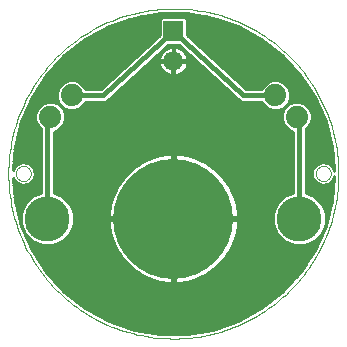
<source format=gtl>
G75*
%MOIN*%
%OFA0B0*%
%FSLAX24Y24*%
%IPPOS*%
%LPD*%
%AMOC8*
5,1,8,0,0,1.08239X$1,22.5*
%
%ADD10C,0.0010*%
%ADD11C,0.0740*%
%ADD12R,0.0660X0.0660*%
%ADD13C,0.0660*%
%ADD14C,0.1500*%
%ADD15C,0.4000*%
%ADD16C,0.0160*%
%ADD17C,0.0100*%
D10*
X000438Y005650D02*
X000440Y005681D01*
X000446Y005712D01*
X000456Y005742D01*
X000469Y005770D01*
X000486Y005797D01*
X000506Y005821D01*
X000529Y005843D01*
X000554Y005861D01*
X000582Y005876D01*
X000611Y005888D01*
X000641Y005896D01*
X000672Y005900D01*
X000704Y005900D01*
X000735Y005896D01*
X000765Y005888D01*
X000794Y005876D01*
X000822Y005861D01*
X000847Y005843D01*
X000870Y005821D01*
X000890Y005797D01*
X000907Y005770D01*
X000920Y005742D01*
X000930Y005712D01*
X000936Y005681D01*
X000938Y005650D01*
X000936Y005619D01*
X000930Y005588D01*
X000920Y005558D01*
X000907Y005530D01*
X000890Y005503D01*
X000870Y005479D01*
X000847Y005457D01*
X000822Y005439D01*
X000794Y005424D01*
X000765Y005412D01*
X000735Y005404D01*
X000704Y005400D01*
X000672Y005400D01*
X000641Y005404D01*
X000611Y005412D01*
X000582Y005424D01*
X000554Y005439D01*
X000529Y005457D01*
X000506Y005479D01*
X000486Y005503D01*
X000469Y005530D01*
X000456Y005558D01*
X000446Y005588D01*
X000440Y005619D01*
X000438Y005650D01*
X000188Y005650D02*
X000190Y005798D01*
X000196Y005946D01*
X000206Y006094D01*
X000220Y006242D01*
X000238Y006389D01*
X000260Y006536D01*
X000286Y006682D01*
X000315Y006827D01*
X000349Y006972D01*
X000387Y007115D01*
X000428Y007258D01*
X000473Y007399D01*
X000523Y007539D01*
X000575Y007677D01*
X000632Y007815D01*
X000692Y007950D01*
X000756Y008084D01*
X000823Y008216D01*
X000894Y008346D01*
X000969Y008475D01*
X001047Y008601D01*
X001128Y008725D01*
X001212Y008847D01*
X001300Y008966D01*
X001391Y009083D01*
X001485Y009198D01*
X001583Y009310D01*
X001683Y009419D01*
X001786Y009526D01*
X001892Y009630D01*
X002000Y009731D01*
X002112Y009829D01*
X002226Y009924D01*
X002342Y010015D01*
X002461Y010104D01*
X002582Y010189D01*
X002706Y010271D01*
X002832Y010350D01*
X002959Y010425D01*
X003089Y010497D01*
X003221Y010566D01*
X003354Y010630D01*
X003489Y010691D01*
X003626Y010749D01*
X003764Y010803D01*
X003904Y010853D01*
X004045Y010899D01*
X004187Y010941D01*
X004330Y010980D01*
X004474Y011014D01*
X004620Y011045D01*
X004765Y011072D01*
X004912Y011095D01*
X005059Y011114D01*
X005207Y011129D01*
X005354Y011140D01*
X005503Y011147D01*
X005651Y011150D01*
X005799Y011149D01*
X005947Y011144D01*
X006095Y011135D01*
X006243Y011122D01*
X006391Y011105D01*
X006537Y011084D01*
X006684Y011059D01*
X006829Y011030D01*
X006974Y010998D01*
X007117Y010961D01*
X007260Y010921D01*
X007402Y010876D01*
X007542Y010828D01*
X007681Y010776D01*
X007818Y010721D01*
X007954Y010661D01*
X008089Y010598D01*
X008221Y010532D01*
X008352Y010462D01*
X008481Y010388D01*
X008607Y010311D01*
X008732Y010231D01*
X008854Y010147D01*
X008975Y010060D01*
X009092Y009970D01*
X009208Y009876D01*
X009320Y009780D01*
X009430Y009681D01*
X009538Y009578D01*
X009642Y009473D01*
X009744Y009365D01*
X009842Y009254D01*
X009938Y009141D01*
X010031Y009025D01*
X010120Y008907D01*
X010206Y008786D01*
X010289Y008663D01*
X010369Y008538D01*
X010445Y008411D01*
X010518Y008281D01*
X010587Y008150D01*
X010652Y008017D01*
X010715Y007883D01*
X010773Y007746D01*
X010828Y007608D01*
X010878Y007469D01*
X010926Y007328D01*
X010969Y007187D01*
X011009Y007044D01*
X011044Y006900D01*
X011076Y006755D01*
X011104Y006609D01*
X011128Y006463D01*
X011148Y006316D01*
X011164Y006168D01*
X011176Y006021D01*
X011184Y005872D01*
X011188Y005724D01*
X011188Y005576D01*
X011184Y005428D01*
X011176Y005279D01*
X011164Y005132D01*
X011148Y004984D01*
X011128Y004837D01*
X011104Y004691D01*
X011076Y004545D01*
X011044Y004400D01*
X011009Y004256D01*
X010969Y004113D01*
X010926Y003972D01*
X010878Y003831D01*
X010828Y003692D01*
X010773Y003554D01*
X010715Y003417D01*
X010652Y003283D01*
X010587Y003150D01*
X010518Y003019D01*
X010445Y002889D01*
X010369Y002762D01*
X010289Y002637D01*
X010206Y002514D01*
X010120Y002393D01*
X010031Y002275D01*
X009938Y002159D01*
X009842Y002046D01*
X009744Y001935D01*
X009642Y001827D01*
X009538Y001722D01*
X009430Y001619D01*
X009320Y001520D01*
X009208Y001424D01*
X009092Y001330D01*
X008975Y001240D01*
X008854Y001153D01*
X008732Y001069D01*
X008607Y000989D01*
X008481Y000912D01*
X008352Y000838D01*
X008221Y000768D01*
X008089Y000702D01*
X007954Y000639D01*
X007818Y000579D01*
X007681Y000524D01*
X007542Y000472D01*
X007402Y000424D01*
X007260Y000379D01*
X007117Y000339D01*
X006974Y000302D01*
X006829Y000270D01*
X006684Y000241D01*
X006537Y000216D01*
X006391Y000195D01*
X006243Y000178D01*
X006095Y000165D01*
X005947Y000156D01*
X005799Y000151D01*
X005651Y000150D01*
X005503Y000153D01*
X005354Y000160D01*
X005207Y000171D01*
X005059Y000186D01*
X004912Y000205D01*
X004765Y000228D01*
X004620Y000255D01*
X004474Y000286D01*
X004330Y000320D01*
X004187Y000359D01*
X004045Y000401D01*
X003904Y000447D01*
X003764Y000497D01*
X003626Y000551D01*
X003489Y000609D01*
X003354Y000670D01*
X003221Y000734D01*
X003089Y000803D01*
X002959Y000875D01*
X002832Y000950D01*
X002706Y001029D01*
X002582Y001111D01*
X002461Y001196D01*
X002342Y001285D01*
X002226Y001376D01*
X002112Y001471D01*
X002000Y001569D01*
X001892Y001670D01*
X001786Y001774D01*
X001683Y001881D01*
X001583Y001990D01*
X001485Y002102D01*
X001391Y002217D01*
X001300Y002334D01*
X001212Y002453D01*
X001128Y002575D01*
X001047Y002699D01*
X000969Y002825D01*
X000894Y002954D01*
X000823Y003084D01*
X000756Y003216D01*
X000692Y003350D01*
X000632Y003485D01*
X000575Y003623D01*
X000523Y003761D01*
X000473Y003901D01*
X000428Y004042D01*
X000387Y004185D01*
X000349Y004328D01*
X000315Y004473D01*
X000286Y004618D01*
X000260Y004764D01*
X000238Y004911D01*
X000220Y005058D01*
X000206Y005206D01*
X000196Y005354D01*
X000190Y005502D01*
X000188Y005650D01*
X010438Y005650D02*
X010440Y005681D01*
X010446Y005712D01*
X010456Y005742D01*
X010469Y005770D01*
X010486Y005797D01*
X010506Y005821D01*
X010529Y005843D01*
X010554Y005861D01*
X010582Y005876D01*
X010611Y005888D01*
X010641Y005896D01*
X010672Y005900D01*
X010704Y005900D01*
X010735Y005896D01*
X010765Y005888D01*
X010794Y005876D01*
X010822Y005861D01*
X010847Y005843D01*
X010870Y005821D01*
X010890Y005797D01*
X010907Y005770D01*
X010920Y005742D01*
X010930Y005712D01*
X010936Y005681D01*
X010938Y005650D01*
X010936Y005619D01*
X010930Y005588D01*
X010920Y005558D01*
X010907Y005530D01*
X010890Y005503D01*
X010870Y005479D01*
X010847Y005457D01*
X010822Y005439D01*
X010794Y005424D01*
X010765Y005412D01*
X010735Y005404D01*
X010704Y005400D01*
X010672Y005400D01*
X010641Y005404D01*
X010611Y005412D01*
X010582Y005424D01*
X010554Y005439D01*
X010529Y005457D01*
X010506Y005479D01*
X010486Y005503D01*
X010469Y005530D01*
X010456Y005558D01*
X010446Y005588D01*
X010440Y005619D01*
X010438Y005650D01*
D11*
X009792Y007546D03*
X009085Y008254D03*
X002292Y008254D03*
X001585Y007546D03*
D12*
X005688Y010400D03*
D13*
X005688Y009400D03*
D14*
X001488Y004150D03*
X009888Y004150D03*
D15*
X005688Y004150D03*
D16*
X005688Y009400D01*
X005688Y010400D02*
X003355Y008254D01*
X002292Y008254D01*
X001585Y007546D02*
X001488Y007450D01*
X001488Y004150D01*
X005688Y010400D02*
X008022Y008254D01*
X009085Y008254D01*
X009792Y007546D02*
X009888Y007450D01*
X009888Y004150D01*
D17*
X009434Y001825D02*
X001943Y001825D01*
X001852Y001923D02*
X009525Y001923D01*
X009615Y002022D02*
X005993Y002022D01*
X005941Y002013D02*
X006108Y002040D01*
X006273Y002079D01*
X006433Y002131D01*
X006589Y002196D01*
X006740Y002273D01*
X006884Y002361D01*
X007021Y002460D01*
X007149Y002570D01*
X007268Y002689D01*
X007378Y002818D01*
X007478Y002955D01*
X007566Y003099D01*
X007642Y003249D01*
X007707Y003405D01*
X007759Y003566D01*
X007799Y003730D01*
X007825Y003897D01*
X007838Y004066D01*
X007838Y004100D01*
X005738Y004100D01*
X005738Y002000D01*
X005773Y002000D01*
X005941Y002013D01*
X005738Y002022D02*
X005638Y002022D01*
X005638Y002000D02*
X005604Y002000D01*
X005436Y002013D01*
X005269Y002040D01*
X005104Y002079D01*
X004944Y002131D01*
X004788Y002196D01*
X004637Y002273D01*
X004493Y002361D01*
X004356Y002460D01*
X004228Y002570D01*
X004108Y002689D01*
X003999Y002818D01*
X003899Y002955D01*
X003811Y003099D01*
X003734Y003249D01*
X003670Y003405D01*
X003618Y003566D01*
X003578Y003730D01*
X003552Y003897D01*
X003538Y004066D01*
X003538Y004100D01*
X005638Y004100D01*
X005638Y004200D01*
X003538Y004200D01*
X003538Y004234D01*
X003552Y004403D01*
X003578Y004570D01*
X003618Y004734D01*
X003670Y004895D01*
X003734Y005051D01*
X003811Y005201D01*
X003899Y005345D01*
X003999Y005482D01*
X004108Y005611D01*
X004228Y005730D01*
X004356Y005840D01*
X004493Y005939D01*
X004637Y006027D01*
X004788Y006104D01*
X004944Y006169D01*
X005104Y006221D01*
X005269Y006260D01*
X005436Y006287D01*
X005604Y006300D01*
X005638Y006300D01*
X005638Y004200D01*
X005738Y004200D01*
X005738Y006300D01*
X005773Y006300D01*
X005941Y006287D01*
X006108Y006260D01*
X006273Y006221D01*
X006433Y006169D01*
X006589Y006104D01*
X006740Y006027D01*
X006884Y005939D01*
X007021Y005840D01*
X007149Y005730D01*
X007268Y005611D01*
X007378Y005482D01*
X007478Y005345D01*
X007566Y005201D01*
X007642Y005051D01*
X007707Y004895D01*
X007759Y004734D01*
X007799Y004570D01*
X007825Y004403D01*
X007838Y004234D01*
X007838Y004200D01*
X005738Y004200D01*
X005738Y004100D01*
X005638Y004100D01*
X005638Y002000D01*
X005638Y002120D02*
X005738Y002120D01*
X005738Y002219D02*
X005638Y002219D01*
X005638Y002317D02*
X005738Y002317D01*
X005738Y002416D02*
X005638Y002416D01*
X005638Y002514D02*
X005738Y002514D01*
X005738Y002613D02*
X005638Y002613D01*
X005638Y002711D02*
X005738Y002711D01*
X005738Y002810D02*
X005638Y002810D01*
X005638Y002908D02*
X005738Y002908D01*
X005738Y003007D02*
X005638Y003007D01*
X005638Y003105D02*
X005738Y003105D01*
X005738Y003204D02*
X005638Y003204D01*
X005638Y003302D02*
X005738Y003302D01*
X005738Y003401D02*
X005638Y003401D01*
X005638Y003499D02*
X005738Y003499D01*
X005738Y003598D02*
X005638Y003598D01*
X005638Y003696D02*
X005738Y003696D01*
X005738Y003795D02*
X005638Y003795D01*
X005638Y003893D02*
X005738Y003893D01*
X005738Y003992D02*
X005638Y003992D01*
X005638Y004090D02*
X005738Y004090D01*
X005738Y004189D02*
X009008Y004189D01*
X009008Y004287D02*
X007834Y004287D01*
X007827Y004386D02*
X009034Y004386D01*
X009008Y004325D02*
X009008Y003975D01*
X009142Y003652D01*
X009390Y003404D01*
X009713Y003270D01*
X010064Y003270D01*
X010387Y003404D01*
X010635Y003652D01*
X010768Y003975D01*
X010768Y004325D01*
X010635Y004648D01*
X010387Y004896D01*
X010098Y005016D01*
X010098Y007146D01*
X010216Y007263D01*
X010292Y007447D01*
X010292Y007646D01*
X010216Y007830D01*
X010075Y007970D01*
X009891Y008046D01*
X009693Y008046D01*
X009509Y007970D01*
X009368Y007830D01*
X009509Y007970D01*
X009585Y008154D01*
X009585Y008353D01*
X009509Y008537D01*
X009368Y008677D01*
X009184Y008754D01*
X008985Y008754D01*
X008802Y008677D01*
X008661Y008537D01*
X008631Y008464D01*
X008104Y008464D01*
X006148Y010262D01*
X006148Y010784D01*
X006072Y010860D01*
X005305Y010860D01*
X005228Y010784D01*
X005228Y010262D01*
X003273Y008464D01*
X002746Y008464D01*
X002716Y008537D01*
X002575Y008677D01*
X002391Y008754D01*
X002193Y008754D01*
X002009Y008677D01*
X001868Y008537D01*
X001792Y008353D01*
X001792Y008154D01*
X001868Y007970D01*
X001684Y008046D01*
X001485Y008046D01*
X001302Y007970D01*
X001161Y007830D01*
X001085Y007646D01*
X001085Y007447D01*
X001161Y007263D01*
X001278Y007146D01*
X001278Y005016D01*
X000990Y004896D01*
X000742Y004648D01*
X000608Y004325D01*
X000608Y003975D01*
X000742Y003652D01*
X000990Y003404D01*
X001313Y003270D01*
X001664Y003270D01*
X001987Y003404D01*
X002235Y003652D01*
X002368Y003975D01*
X002368Y004325D01*
X002235Y004648D01*
X001987Y004896D01*
X001698Y005016D01*
X001698Y007052D01*
X001868Y007123D01*
X002009Y007263D01*
X002085Y007447D01*
X002085Y007646D01*
X002009Y007830D01*
X002193Y007754D01*
X002391Y007754D01*
X002575Y007830D01*
X002716Y007970D01*
X002746Y008044D01*
X003350Y008044D01*
X003433Y008040D01*
X003437Y008044D01*
X003442Y008044D01*
X003500Y008102D01*
X005499Y009940D01*
X005878Y009940D01*
X007877Y008102D01*
X007935Y008044D01*
X007940Y008044D01*
X007944Y008040D01*
X008027Y008044D01*
X008631Y008044D01*
X008661Y007970D01*
X008802Y007830D01*
X008985Y007754D01*
X009184Y007754D01*
X009368Y007830D01*
X009292Y007646D01*
X009292Y007447D01*
X009368Y007263D01*
X009509Y007123D01*
X009678Y007052D01*
X009678Y005016D01*
X009390Y004896D01*
X009142Y004648D01*
X009008Y004325D01*
X009074Y004484D02*
X007812Y004484D01*
X007796Y004583D02*
X009115Y004583D01*
X009175Y004681D02*
X007772Y004681D01*
X007745Y004780D02*
X009273Y004780D01*
X009372Y004878D02*
X007713Y004878D01*
X007673Y004977D02*
X009584Y004977D01*
X009678Y005075D02*
X007630Y005075D01*
X007580Y005174D02*
X009678Y005174D01*
X009678Y005272D02*
X007522Y005272D01*
X007459Y005371D02*
X009678Y005371D01*
X009678Y005469D02*
X007388Y005469D01*
X007305Y005568D02*
X009678Y005568D01*
X009678Y005666D02*
X007213Y005666D01*
X007109Y005765D02*
X009678Y005765D01*
X009678Y005863D02*
X006989Y005863D01*
X006847Y005962D02*
X009678Y005962D01*
X009678Y006060D02*
X006676Y006060D01*
X006458Y006159D02*
X009678Y006159D01*
X009678Y006257D02*
X006122Y006257D01*
X005738Y006257D02*
X005638Y006257D01*
X005638Y006159D02*
X005738Y006159D01*
X005738Y006060D02*
X005638Y006060D01*
X005638Y005962D02*
X005738Y005962D01*
X005738Y005863D02*
X005638Y005863D01*
X005638Y005765D02*
X005738Y005765D01*
X005738Y005666D02*
X005638Y005666D01*
X005638Y005568D02*
X005738Y005568D01*
X005738Y005469D02*
X005638Y005469D01*
X005638Y005371D02*
X005738Y005371D01*
X005738Y005272D02*
X005638Y005272D01*
X005638Y005174D02*
X005738Y005174D01*
X005738Y005075D02*
X005638Y005075D01*
X005638Y004977D02*
X005738Y004977D01*
X005738Y004878D02*
X005638Y004878D01*
X005638Y004780D02*
X005738Y004780D01*
X005738Y004681D02*
X005638Y004681D01*
X005638Y004583D02*
X005738Y004583D01*
X005738Y004484D02*
X005638Y004484D01*
X005638Y004386D02*
X005738Y004386D01*
X005738Y004287D02*
X005638Y004287D01*
X005638Y004189D02*
X002368Y004189D01*
X002368Y004287D02*
X003543Y004287D01*
X003550Y004386D02*
X002343Y004386D01*
X002303Y004484D02*
X003565Y004484D01*
X003581Y004583D02*
X002262Y004583D01*
X002202Y004681D02*
X003605Y004681D01*
X003632Y004780D02*
X002103Y004780D01*
X002005Y004878D02*
X003664Y004878D01*
X003704Y004977D02*
X001793Y004977D01*
X001698Y005075D02*
X003747Y005075D01*
X003797Y005174D02*
X001698Y005174D01*
X001698Y005272D02*
X003854Y005272D01*
X003918Y005371D02*
X001698Y005371D01*
X001698Y005469D02*
X003989Y005469D01*
X004072Y005568D02*
X001698Y005568D01*
X001698Y005666D02*
X004164Y005666D01*
X004268Y005765D02*
X001698Y005765D01*
X001698Y005863D02*
X004388Y005863D01*
X004530Y005962D02*
X001698Y005962D01*
X001698Y006060D02*
X004701Y006060D01*
X004919Y006159D02*
X001698Y006159D01*
X001698Y006257D02*
X005255Y006257D01*
X003529Y008129D02*
X007848Y008129D01*
X007741Y008227D02*
X003636Y008227D01*
X003743Y008326D02*
X007634Y008326D01*
X007527Y008424D02*
X003850Y008424D01*
X003957Y008523D02*
X007420Y008523D01*
X007313Y008621D02*
X004064Y008621D01*
X004171Y008720D02*
X007205Y008720D01*
X007098Y008818D02*
X004279Y008818D01*
X004386Y008917D02*
X006991Y008917D01*
X006884Y009015D02*
X005975Y009015D01*
X006001Y009034D02*
X006055Y009087D01*
X006099Y009148D01*
X006133Y009216D01*
X006157Y009288D01*
X006168Y009362D01*
X006168Y009371D01*
X005717Y009371D01*
X005717Y008920D01*
X005726Y008920D01*
X005801Y008932D01*
X005873Y008955D01*
X005940Y008989D01*
X006001Y009034D01*
X006074Y009114D02*
X006777Y009114D01*
X006670Y009212D02*
X006131Y009212D01*
X006160Y009311D02*
X006563Y009311D01*
X006456Y009409D02*
X005717Y009409D01*
X005717Y009429D02*
X006168Y009429D01*
X006168Y009438D01*
X006157Y009512D01*
X006133Y009584D01*
X006099Y009652D01*
X006055Y009713D01*
X006001Y009766D01*
X005940Y009811D01*
X005873Y009845D01*
X005801Y009868D01*
X005726Y009880D01*
X005717Y009880D01*
X005717Y009429D01*
X005660Y009429D01*
X005660Y009880D01*
X005651Y009880D01*
X005576Y009868D01*
X005504Y009845D01*
X005437Y009811D01*
X005376Y009766D01*
X005322Y009713D01*
X005278Y009652D01*
X005244Y009584D01*
X005220Y009512D01*
X005208Y009438D01*
X005208Y009429D01*
X005660Y009429D01*
X005660Y009371D01*
X005717Y009371D01*
X005717Y009429D01*
X005660Y009409D02*
X004921Y009409D01*
X004814Y009311D02*
X005217Y009311D01*
X005220Y009288D02*
X005244Y009216D01*
X005278Y009148D01*
X005322Y009087D01*
X005376Y009034D01*
X005437Y008989D01*
X005504Y008955D01*
X005576Y008932D01*
X005651Y008920D01*
X005660Y008920D01*
X005660Y009371D01*
X005208Y009371D01*
X005208Y009362D01*
X005220Y009288D01*
X005246Y009212D02*
X004707Y009212D01*
X004600Y009114D02*
X005303Y009114D01*
X005402Y009015D02*
X004493Y009015D01*
X004194Y009311D02*
X001791Y009311D01*
X001882Y009409D02*
X004301Y009409D01*
X004408Y009508D02*
X001972Y009508D01*
X002055Y009597D02*
X002754Y010141D01*
X003533Y010563D01*
X004371Y010851D01*
X005245Y010997D01*
X006132Y010997D01*
X007006Y010851D01*
X007844Y010563D01*
X008623Y010141D01*
X009322Y009597D01*
X009922Y008945D01*
X010407Y008203D01*
X010763Y007392D01*
X010980Y006533D01*
X010980Y006533D01*
X011046Y005745D01*
X011012Y005858D01*
X010848Y006000D01*
X010634Y006031D01*
X010634Y006031D01*
X010436Y005941D01*
X010319Y005758D01*
X010319Y005542D01*
X010436Y005359D01*
X010436Y005359D01*
X010436Y005359D01*
X010634Y005269D01*
X010848Y005300D01*
X010848Y005300D01*
X011012Y005442D01*
X011046Y005555D01*
X010980Y004767D01*
X010763Y003908D01*
X010407Y003097D01*
X009922Y002355D01*
X009322Y001703D01*
X008623Y001159D01*
X007844Y000737D01*
X007006Y000449D01*
X006132Y000303D01*
X005245Y000303D01*
X004371Y000449D01*
X003533Y000737D01*
X002754Y001159D01*
X002055Y001703D01*
X001455Y002355D01*
X000970Y003097D01*
X000614Y003908D01*
X000397Y004767D01*
X000334Y005518D01*
X000436Y005359D01*
X000436Y005359D01*
X000634Y005269D01*
X000848Y005300D01*
X000848Y005300D01*
X001012Y005442D01*
X001073Y005650D01*
X001073Y005650D01*
X001012Y005858D01*
X000848Y006000D01*
X000634Y006031D01*
X000634Y006031D01*
X000436Y005941D01*
X000334Y005782D01*
X000397Y006533D01*
X000614Y007392D01*
X000970Y008203D01*
X001455Y008945D01*
X002055Y009597D01*
X002066Y009606D02*
X004515Y009606D01*
X004622Y009705D02*
X002193Y009705D01*
X002319Y009803D02*
X004729Y009803D01*
X004836Y009902D02*
X002446Y009902D01*
X002572Y010000D02*
X004943Y010000D01*
X005050Y010099D02*
X002699Y010099D01*
X002857Y010197D02*
X005158Y010197D01*
X005228Y010296D02*
X003039Y010296D01*
X003221Y010394D02*
X005228Y010394D01*
X005228Y010493D02*
X003403Y010493D01*
X003615Y010591D02*
X005228Y010591D01*
X005228Y010690D02*
X003902Y010690D01*
X004188Y010788D02*
X005233Y010788D01*
X005176Y010985D02*
X006201Y010985D01*
X006144Y010788D02*
X007188Y010788D01*
X007475Y010690D02*
X006148Y010690D01*
X006148Y010591D02*
X007762Y010591D01*
X007974Y010493D02*
X006148Y010493D01*
X006148Y010394D02*
X008156Y010394D01*
X008338Y010296D02*
X006148Y010296D01*
X006219Y010197D02*
X008520Y010197D01*
X008678Y010099D02*
X006326Y010099D01*
X006434Y010000D02*
X008804Y010000D01*
X008931Y009902D02*
X006541Y009902D01*
X006648Y009803D02*
X009058Y009803D01*
X009184Y009705D02*
X006755Y009705D01*
X006862Y009606D02*
X009311Y009606D01*
X009405Y009508D02*
X006969Y009508D01*
X007076Y009409D02*
X009495Y009409D01*
X009586Y009311D02*
X007183Y009311D01*
X007290Y009212D02*
X009677Y009212D01*
X009767Y009114D02*
X007397Y009114D01*
X007505Y009015D02*
X009858Y009015D01*
X009941Y008917D02*
X007612Y008917D01*
X007719Y008818D02*
X010005Y008818D01*
X010070Y008720D02*
X009267Y008720D01*
X009425Y008621D02*
X010134Y008621D01*
X010198Y008523D02*
X009515Y008523D01*
X009556Y008424D02*
X010263Y008424D01*
X010327Y008326D02*
X009585Y008326D01*
X009585Y008227D02*
X010391Y008227D01*
X010440Y008129D02*
X009574Y008129D01*
X009534Y008030D02*
X009653Y008030D01*
X009470Y007932D02*
X009470Y007932D01*
X009371Y007833D02*
X009371Y007833D01*
X009329Y007735D02*
X002048Y007735D01*
X002009Y007830D02*
X001868Y007970D01*
X002009Y007830D01*
X002005Y007833D02*
X002005Y007833D01*
X001907Y007932D02*
X001907Y007932D01*
X001843Y008030D02*
X001724Y008030D01*
X001803Y008129D02*
X000937Y008129D01*
X000894Y008030D02*
X001446Y008030D01*
X001263Y007932D02*
X000851Y007932D01*
X000808Y007833D02*
X001164Y007833D01*
X001122Y007735D02*
X000764Y007735D01*
X000721Y007636D02*
X001085Y007636D01*
X001085Y007538D02*
X000678Y007538D01*
X000635Y007439D02*
X001088Y007439D01*
X001129Y007341D02*
X000601Y007341D01*
X000576Y007242D02*
X001182Y007242D01*
X001278Y007144D02*
X000551Y007144D01*
X000526Y007045D02*
X001278Y007045D01*
X001278Y006947D02*
X000501Y006947D01*
X000476Y006848D02*
X001278Y006848D01*
X001278Y006750D02*
X000451Y006750D01*
X000427Y006651D02*
X001278Y006651D01*
X001278Y006553D02*
X000402Y006553D01*
X000390Y006454D02*
X001278Y006454D01*
X001278Y006356D02*
X000382Y006356D01*
X000374Y006257D02*
X001278Y006257D01*
X001278Y006159D02*
X000366Y006159D01*
X000357Y006060D02*
X001278Y006060D01*
X001278Y005962D02*
X000893Y005962D01*
X000848Y006000D02*
X000848Y006000D01*
X001007Y005863D02*
X001278Y005863D01*
X001278Y005765D02*
X001040Y005765D01*
X001012Y005858D02*
X001012Y005858D01*
X001069Y005666D02*
X001278Y005666D01*
X001278Y005568D02*
X001049Y005568D01*
X001020Y005469D02*
X001278Y005469D01*
X001278Y005371D02*
X000930Y005371D01*
X001012Y005442D02*
X001012Y005442D01*
X001278Y005272D02*
X000655Y005272D01*
X000634Y005269D02*
X000634Y005269D01*
X000627Y005272D02*
X000355Y005272D01*
X000363Y005174D02*
X001278Y005174D01*
X001278Y005075D02*
X000371Y005075D01*
X000379Y004977D02*
X001184Y004977D01*
X000972Y004878D02*
X000387Y004878D01*
X000396Y004780D02*
X000873Y004780D01*
X000775Y004681D02*
X000418Y004681D01*
X000443Y004583D02*
X000715Y004583D01*
X000674Y004484D02*
X000468Y004484D01*
X000493Y004386D02*
X000634Y004386D01*
X000608Y004287D02*
X000518Y004287D01*
X000543Y004189D02*
X000608Y004189D01*
X000608Y004090D02*
X000568Y004090D01*
X000593Y003992D02*
X000608Y003992D01*
X000621Y003893D02*
X000642Y003893D01*
X000664Y003795D02*
X000683Y003795D01*
X000707Y003696D02*
X000724Y003696D01*
X000750Y003598D02*
X000796Y003598D01*
X000794Y003499D02*
X000895Y003499D01*
X000837Y003401D02*
X000998Y003401D01*
X000880Y003302D02*
X001236Y003302D01*
X000923Y003204D02*
X003758Y003204D01*
X003713Y003302D02*
X001741Y003302D01*
X001979Y003401D02*
X003672Y003401D01*
X003639Y003499D02*
X002082Y003499D01*
X002180Y003598D02*
X003610Y003598D01*
X003586Y003696D02*
X002253Y003696D01*
X002294Y003795D02*
X003568Y003795D01*
X003552Y003893D02*
X002335Y003893D01*
X002368Y003992D02*
X003544Y003992D01*
X003538Y004090D02*
X002368Y004090D01*
X001029Y003007D02*
X003868Y003007D01*
X003808Y003105D02*
X000966Y003105D01*
X001093Y002908D02*
X003933Y002908D01*
X004006Y002810D02*
X001158Y002810D01*
X001222Y002711D02*
X004090Y002711D01*
X004185Y002613D02*
X001286Y002613D01*
X001351Y002514D02*
X004293Y002514D01*
X004418Y002416D02*
X001415Y002416D01*
X001489Y002317D02*
X004565Y002317D01*
X004743Y002219D02*
X001580Y002219D01*
X001671Y002120D02*
X004979Y002120D01*
X005383Y002022D02*
X001762Y002022D01*
X002034Y001726D02*
X009343Y001726D01*
X009225Y001628D02*
X002152Y001628D01*
X002278Y001529D02*
X009099Y001529D01*
X008972Y001431D02*
X002405Y001431D01*
X002531Y001332D02*
X008846Y001332D01*
X008719Y001234D02*
X002658Y001234D01*
X002798Y001135D02*
X008579Y001135D01*
X008397Y001037D02*
X002980Y001037D01*
X003162Y000938D02*
X008215Y000938D01*
X008033Y000840D02*
X003344Y000840D01*
X003526Y000741D02*
X007851Y000741D01*
X007569Y000643D02*
X003808Y000643D01*
X004095Y000544D02*
X007282Y000544D01*
X006984Y000446D02*
X004393Y000446D01*
X004984Y000347D02*
X006393Y000347D01*
X006398Y002120D02*
X009706Y002120D01*
X009797Y002219D02*
X006633Y002219D01*
X006812Y002317D02*
X009887Y002317D01*
X009962Y002416D02*
X006959Y002416D01*
X007083Y002514D02*
X010026Y002514D01*
X010091Y002613D02*
X007192Y002613D01*
X007287Y002711D02*
X010155Y002711D01*
X010219Y002810D02*
X007371Y002810D01*
X007444Y002908D02*
X010284Y002908D01*
X010348Y003007D02*
X007509Y003007D01*
X007569Y003105D02*
X010411Y003105D01*
X010454Y003204D02*
X007619Y003204D01*
X007664Y003302D02*
X009636Y003302D01*
X009398Y003401D02*
X007705Y003401D01*
X007738Y003499D02*
X009295Y003499D01*
X009196Y003598D02*
X007767Y003598D01*
X007791Y003696D02*
X009124Y003696D01*
X009083Y003795D02*
X007809Y003795D01*
X007825Y003893D02*
X009042Y003893D01*
X009008Y003992D02*
X007833Y003992D01*
X007838Y004090D02*
X009008Y004090D01*
X010098Y005075D02*
X011006Y005075D01*
X011014Y005174D02*
X010098Y005174D01*
X010098Y005272D02*
X010627Y005272D01*
X010634Y005269D02*
X010634Y005269D01*
X010655Y005272D02*
X011022Y005272D01*
X011030Y005371D02*
X010930Y005371D01*
X011012Y005442D02*
X011012Y005442D01*
X011020Y005469D02*
X011038Y005469D01*
X011040Y005765D02*
X011044Y005765D01*
X011036Y005863D02*
X011007Y005863D01*
X011012Y005858D02*
X011012Y005858D01*
X011028Y005962D02*
X010893Y005962D01*
X010848Y006000D02*
X010848Y006000D01*
X011020Y006060D02*
X010098Y006060D01*
X010098Y005962D02*
X010481Y005962D01*
X010436Y005941D02*
X010436Y005941D01*
X010436Y005941D01*
X010386Y005863D02*
X010098Y005863D01*
X010098Y005765D02*
X010323Y005765D01*
X010319Y005666D02*
X010098Y005666D01*
X010098Y005568D02*
X010319Y005568D01*
X010366Y005469D02*
X010098Y005469D01*
X010098Y005371D02*
X010429Y005371D01*
X010193Y004977D02*
X010998Y004977D01*
X010990Y004878D02*
X010405Y004878D01*
X010503Y004780D02*
X010981Y004780D01*
X010980Y004767D02*
X010980Y004767D01*
X010959Y004681D02*
X010602Y004681D01*
X010662Y004583D02*
X010934Y004583D01*
X010909Y004484D02*
X010703Y004484D01*
X010743Y004386D02*
X010884Y004386D01*
X010859Y004287D02*
X010768Y004287D01*
X010768Y004189D02*
X010834Y004189D01*
X010809Y004090D02*
X010768Y004090D01*
X010768Y003992D02*
X010784Y003992D01*
X010756Y003893D02*
X010735Y003893D01*
X010713Y003795D02*
X010694Y003795D01*
X010670Y003696D02*
X010653Y003696D01*
X010627Y003598D02*
X010580Y003598D01*
X010583Y003499D02*
X010482Y003499D01*
X010540Y003401D02*
X010379Y003401D01*
X010497Y003302D02*
X010141Y003302D01*
X010098Y006159D02*
X011011Y006159D01*
X011003Y006257D02*
X010098Y006257D01*
X010098Y006356D02*
X010995Y006356D01*
X010987Y006454D02*
X010098Y006454D01*
X010098Y006553D02*
X010975Y006553D01*
X010950Y006651D02*
X010098Y006651D01*
X010098Y006750D02*
X010925Y006750D01*
X010901Y006848D02*
X010098Y006848D01*
X010098Y006947D02*
X010876Y006947D01*
X010851Y007045D02*
X010098Y007045D01*
X010098Y007144D02*
X010826Y007144D01*
X010801Y007242D02*
X010195Y007242D01*
X010248Y007341D02*
X010776Y007341D01*
X010742Y007439D02*
X010289Y007439D01*
X010292Y007538D02*
X010699Y007538D01*
X010656Y007636D02*
X010292Y007636D01*
X010255Y007735D02*
X010613Y007735D01*
X010569Y007833D02*
X010213Y007833D01*
X010114Y007932D02*
X010526Y007932D01*
X010483Y008030D02*
X009931Y008030D01*
X009292Y007636D02*
X002085Y007636D01*
X002085Y007538D02*
X009292Y007538D01*
X009295Y007439D02*
X002082Y007439D01*
X002041Y007341D02*
X009336Y007341D01*
X009389Y007242D02*
X001988Y007242D01*
X001889Y007144D02*
X009488Y007144D01*
X009678Y007045D02*
X001698Y007045D01*
X001698Y006947D02*
X009678Y006947D01*
X009678Y006848D02*
X001698Y006848D01*
X001698Y006750D02*
X009678Y006750D01*
X009678Y006651D02*
X001698Y006651D01*
X001698Y006553D02*
X009678Y006553D01*
X009678Y006454D02*
X001698Y006454D01*
X001698Y006356D02*
X009678Y006356D01*
X008798Y007833D02*
X002579Y007833D01*
X002677Y007932D02*
X008700Y007932D01*
X008636Y008030D02*
X002741Y008030D01*
X002722Y008523D02*
X003337Y008523D01*
X003444Y008621D02*
X002632Y008621D01*
X002474Y008720D02*
X003551Y008720D01*
X003658Y008818D02*
X001372Y008818D01*
X001436Y008917D02*
X003765Y008917D01*
X003872Y009015D02*
X001519Y009015D01*
X001610Y009114D02*
X003979Y009114D01*
X004087Y009212D02*
X001700Y009212D01*
X001307Y008720D02*
X002110Y008720D01*
X001952Y008621D02*
X001243Y008621D01*
X001179Y008523D02*
X001862Y008523D01*
X001821Y008424D02*
X001114Y008424D01*
X001050Y008326D02*
X001792Y008326D01*
X001792Y008227D02*
X000985Y008227D01*
X000481Y005962D02*
X000349Y005962D01*
X000436Y005941D02*
X000436Y005941D01*
X000436Y005941D01*
X000386Y005863D02*
X000341Y005863D01*
X000338Y005469D02*
X000366Y005469D01*
X000347Y005371D02*
X000429Y005371D01*
X005028Y009508D02*
X005220Y009508D01*
X005255Y009606D02*
X005135Y009606D01*
X005242Y009705D02*
X005316Y009705D01*
X005350Y009803D02*
X005427Y009803D01*
X005457Y009902D02*
X005920Y009902D01*
X005950Y009803D02*
X006027Y009803D01*
X006061Y009705D02*
X006134Y009705D01*
X006122Y009606D02*
X006242Y009606D01*
X006157Y009508D02*
X006349Y009508D01*
X005717Y009508D02*
X005660Y009508D01*
X005660Y009606D02*
X005717Y009606D01*
X005717Y009705D02*
X005660Y009705D01*
X005660Y009803D02*
X005717Y009803D01*
X005717Y009311D02*
X005660Y009311D01*
X005660Y009212D02*
X005717Y009212D01*
X005717Y009114D02*
X005660Y009114D01*
X005660Y009015D02*
X005717Y009015D01*
X006792Y010887D02*
X004585Y010887D01*
X007826Y008720D02*
X008903Y008720D01*
X008745Y008621D02*
X007933Y008621D01*
X008040Y008523D02*
X008655Y008523D01*
M02*

</source>
